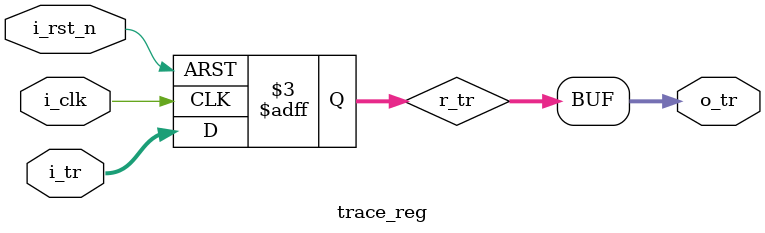
<source format=v>
module trace_reg
#(parameter p_width = 6)
(
input  [p_width - 1:0] i_tr,
input                  i_clk,
input                  i_rst_n,
output [p_width - 1:0] o_tr
);

reg [p_width - 1:0] r_tr;
assign o_tr = r_tr;

always @(posedge i_clk or negedge i_rst_n)
begin
if(!i_rst_n)
  r_tr <= {p_width{1'b0}};
else
  r_tr <= i_tr;
end  
endmodule
</source>
